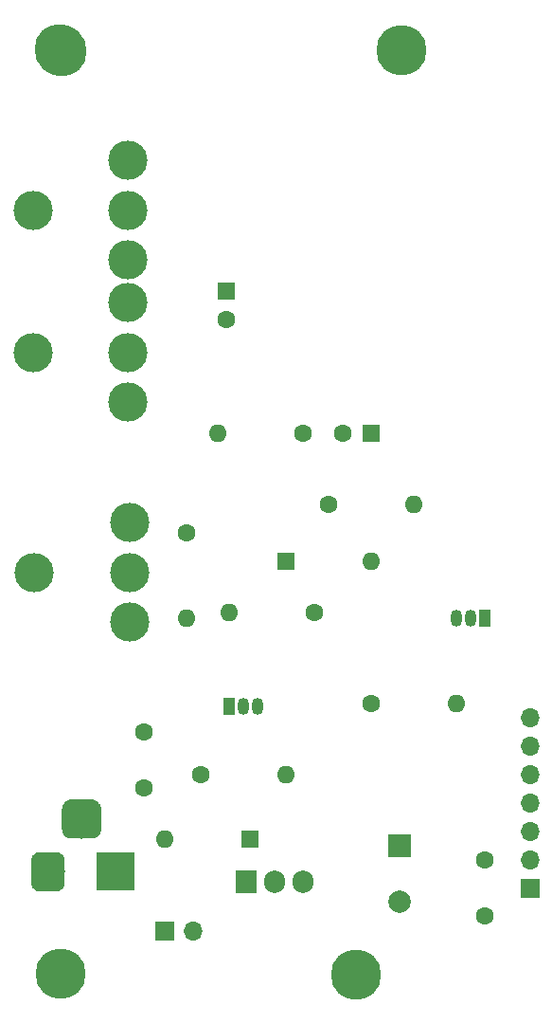
<source format=gbr>
G04 #@! TF.GenerationSoftware,KiCad,Pcbnew,(5.1.4)-1*
G04 #@! TF.CreationDate,2020-12-23T14:11:49+03:00*
G04 #@! TF.ProjectId,BlueFam,426c7565-4661-46d2-9e6b-696361645f70,rev?*
G04 #@! TF.SameCoordinates,Original*
G04 #@! TF.FileFunction,Copper,L2,Bot*
G04 #@! TF.FilePolarity,Positive*
%FSLAX46Y46*%
G04 Gerber Fmt 4.6, Leading zero omitted, Abs format (unit mm)*
G04 Created by KiCad (PCBNEW (5.1.4)-1) date 2020-12-23 14:11:49*
%MOMM*%
%LPD*%
G04 APERTURE LIST*
%ADD10O,1.600000X1.600000*%
%ADD11R,1.600000X1.600000*%
%ADD12R,3.500000X3.500000*%
%ADD13C,0.100000*%
%ADD14C,3.000000*%
%ADD15C,3.500000*%
%ADD16C,1.600000*%
%ADD17R,2.000000X2.000000*%
%ADD18C,2.000000*%
%ADD19R,1.905000X2.000000*%
%ADD20O,1.905000X2.000000*%
%ADD21O,1.050000X1.500000*%
%ADD22R,1.050000X1.500000*%
%ADD23R,1.700000X1.700000*%
%ADD24O,1.700000X1.700000*%
%ADD25C,4.500000*%
G04 APERTURE END LIST*
D10*
X40005000Y-94615000D03*
D11*
X47625000Y-94615000D03*
D12*
X35560000Y-97520000D03*
D13*
G36*
X30383513Y-95773611D02*
G01*
X30456318Y-95784411D01*
X30527714Y-95802295D01*
X30597013Y-95827090D01*
X30663548Y-95858559D01*
X30726678Y-95896398D01*
X30785795Y-95940242D01*
X30840330Y-95989670D01*
X30889758Y-96044205D01*
X30933602Y-96103322D01*
X30971441Y-96166452D01*
X31002910Y-96232987D01*
X31027705Y-96302286D01*
X31045589Y-96373682D01*
X31056389Y-96446487D01*
X31060000Y-96520000D01*
X31060000Y-98520000D01*
X31056389Y-98593513D01*
X31045589Y-98666318D01*
X31027705Y-98737714D01*
X31002910Y-98807013D01*
X30971441Y-98873548D01*
X30933602Y-98936678D01*
X30889758Y-98995795D01*
X30840330Y-99050330D01*
X30785795Y-99099758D01*
X30726678Y-99143602D01*
X30663548Y-99181441D01*
X30597013Y-99212910D01*
X30527714Y-99237705D01*
X30456318Y-99255589D01*
X30383513Y-99266389D01*
X30310000Y-99270000D01*
X28810000Y-99270000D01*
X28736487Y-99266389D01*
X28663682Y-99255589D01*
X28592286Y-99237705D01*
X28522987Y-99212910D01*
X28456452Y-99181441D01*
X28393322Y-99143602D01*
X28334205Y-99099758D01*
X28279670Y-99050330D01*
X28230242Y-98995795D01*
X28186398Y-98936678D01*
X28148559Y-98873548D01*
X28117090Y-98807013D01*
X28092295Y-98737714D01*
X28074411Y-98666318D01*
X28063611Y-98593513D01*
X28060000Y-98520000D01*
X28060000Y-96520000D01*
X28063611Y-96446487D01*
X28074411Y-96373682D01*
X28092295Y-96302286D01*
X28117090Y-96232987D01*
X28148559Y-96166452D01*
X28186398Y-96103322D01*
X28230242Y-96044205D01*
X28279670Y-95989670D01*
X28334205Y-95940242D01*
X28393322Y-95896398D01*
X28456452Y-95858559D01*
X28522987Y-95827090D01*
X28592286Y-95802295D01*
X28663682Y-95784411D01*
X28736487Y-95773611D01*
X28810000Y-95770000D01*
X30310000Y-95770000D01*
X30383513Y-95773611D01*
X30383513Y-95773611D01*
G37*
D14*
X29560000Y-97520000D03*
D13*
G36*
X33520765Y-91074213D02*
G01*
X33605704Y-91086813D01*
X33688999Y-91107677D01*
X33769848Y-91136605D01*
X33847472Y-91173319D01*
X33921124Y-91217464D01*
X33990094Y-91268616D01*
X34053718Y-91326282D01*
X34111384Y-91389906D01*
X34162536Y-91458876D01*
X34206681Y-91532528D01*
X34243395Y-91610152D01*
X34272323Y-91691001D01*
X34293187Y-91774296D01*
X34305787Y-91859235D01*
X34310000Y-91945000D01*
X34310000Y-93695000D01*
X34305787Y-93780765D01*
X34293187Y-93865704D01*
X34272323Y-93948999D01*
X34243395Y-94029848D01*
X34206681Y-94107472D01*
X34162536Y-94181124D01*
X34111384Y-94250094D01*
X34053718Y-94313718D01*
X33990094Y-94371384D01*
X33921124Y-94422536D01*
X33847472Y-94466681D01*
X33769848Y-94503395D01*
X33688999Y-94532323D01*
X33605704Y-94553187D01*
X33520765Y-94565787D01*
X33435000Y-94570000D01*
X31685000Y-94570000D01*
X31599235Y-94565787D01*
X31514296Y-94553187D01*
X31431001Y-94532323D01*
X31350152Y-94503395D01*
X31272528Y-94466681D01*
X31198876Y-94422536D01*
X31129906Y-94371384D01*
X31066282Y-94313718D01*
X31008616Y-94250094D01*
X30957464Y-94181124D01*
X30913319Y-94107472D01*
X30876605Y-94029848D01*
X30847677Y-93948999D01*
X30826813Y-93865704D01*
X30814213Y-93780765D01*
X30810000Y-93695000D01*
X30810000Y-91945000D01*
X30814213Y-91859235D01*
X30826813Y-91774296D01*
X30847677Y-91691001D01*
X30876605Y-91610152D01*
X30913319Y-91532528D01*
X30957464Y-91458876D01*
X31008616Y-91389906D01*
X31066282Y-91326282D01*
X31129906Y-91268616D01*
X31198876Y-91217464D01*
X31272528Y-91173319D01*
X31350152Y-91136605D01*
X31431001Y-91107677D01*
X31514296Y-91086813D01*
X31599235Y-91074213D01*
X31685000Y-91070000D01*
X33435000Y-91070000D01*
X33520765Y-91074213D01*
X33520765Y-91074213D01*
G37*
D15*
X32560000Y-92820000D03*
D10*
X50800000Y-88900000D03*
D16*
X43180000Y-88900000D03*
D10*
X41910000Y-74930000D03*
D16*
X41910000Y-67310000D03*
D17*
X60960000Y-95250000D03*
D18*
X60960000Y-100250000D03*
D11*
X58420000Y-58420000D03*
D16*
X55920000Y-58420000D03*
X45466000Y-48220000D03*
D11*
X45466000Y-45720000D03*
D19*
X47244000Y-98425000D03*
D20*
X49784000Y-98425000D03*
X52324000Y-98425000D03*
D11*
X50800000Y-69850000D03*
D10*
X58420000Y-69850000D03*
X44704000Y-58420000D03*
D16*
X52324000Y-58420000D03*
X53340000Y-74422000D03*
D10*
X45720000Y-74422000D03*
D16*
X54610000Y-64770000D03*
D10*
X62230000Y-64770000D03*
X66040000Y-82550000D03*
D16*
X58420000Y-82550000D03*
D21*
X46990000Y-82804000D03*
X48260000Y-82804000D03*
D22*
X45720000Y-82804000D03*
X68580000Y-74930000D03*
D21*
X66040000Y-74930000D03*
X67310000Y-74930000D03*
D23*
X72644000Y-99060000D03*
D24*
X72644000Y-96520000D03*
X72644000Y-93980000D03*
X72644000Y-91440000D03*
X72644000Y-88900000D03*
X72644000Y-86360000D03*
X72644000Y-83820000D03*
D23*
X40005000Y-102870000D03*
D24*
X42545000Y-102870000D03*
D16*
X68580000Y-96520000D03*
X68580000Y-101520000D03*
X38100000Y-90090000D03*
X38100000Y-85090000D03*
D15*
X28194000Y-51154000D03*
X36684000Y-46709000D03*
X36684000Y-55599000D03*
X36684000Y-51154000D03*
X36684000Y-38488000D03*
X36684000Y-42933000D03*
X36684000Y-34043000D03*
X28194000Y-38488000D03*
X36830000Y-70790000D03*
X36830000Y-75235000D03*
X36830000Y-66345000D03*
X28340000Y-70790000D03*
D25*
X30632400Y-24130000D03*
X30734000Y-24231600D03*
X30683200Y-24155400D03*
X61129400Y-24155400D03*
X57129400Y-106705400D03*
X30708600Y-106680000D03*
M02*

</source>
